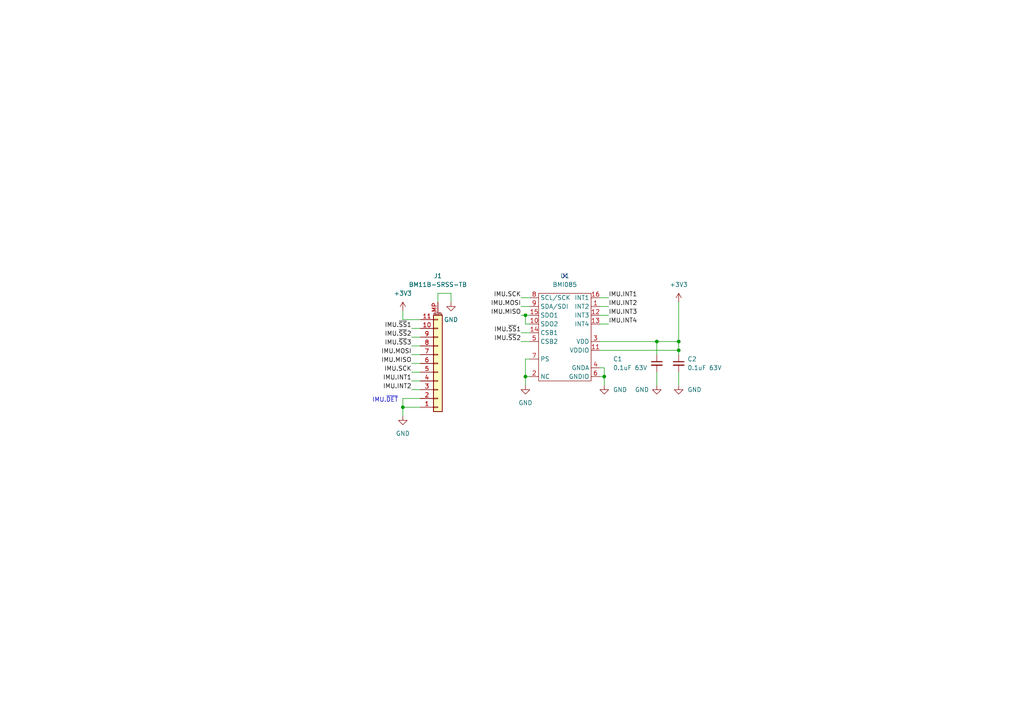
<source format=kicad_sch>
(kicad_sch (version 20211123) (generator eeschema)
  (paper "A4")
  (lib_symbols
    (symbol "AT-IMU:BMI085"
      (property "Reference" "U" (at -6.35 13.97 0))
      (property "Value" "BMI085" (at -3.81 -13.97 0))
      (symbol "BMI085_0_1"
        (rectangle (start -7.62 12.7) (end 7.62 -12.7))
      )
      (symbol "BMI085_1_1"
        (pin bidirectional line (at 10.16 8.89 180) (length 2.54) (name "INT2") (number "1"))
        (pin output line (at -10.16 3.81 0) (length 2.54) (name "SDO2") (number "10"))
        (pin power_in line (at 10.16 -3.81 180) (length 2.54) (name "VDDIO") (number "11"))
        (pin bidirectional line (at 10.16 6.35 180) (length 2.54) (name "INT3") (number "12"))
        (pin bidirectional line (at 10.16 3.81 180) (length 2.54) (name "INT4") (number "13"))
        (pin input line (at -10.16 1.27 0) (length 2.54) (name "CSB1") (number "14"))
        (pin output line (at -10.16 6.35 0) (length 2.54) (name "SDO1") (number "15"))
        (pin bidirectional line (at 10.16 11.43 180) (length 2.54) (name "INT1") (number "16"))
        (pin passive line (at -10.16 -11.43 0) (length 2.54) (name "NC") (number "2"))
        (pin power_in line (at 10.16 -1.27 180) (length 2.54) (name "VDD") (number "3"))
        (pin power_in line (at 10.16 -8.89 180) (length 2.54) (name "GNDA") (number "4"))
        (pin input line (at -10.16 -1.27 0) (length 2.54) (name "CSB2") (number "5"))
        (pin power_in line (at 10.16 -11.43 180) (length 2.54) (name "GNDIO") (number "6"))
        (pin input line (at -10.16 -6.35 0) (length 2.54) (name "PS") (number "7"))
        (pin input line (at -10.16 11.43 0) (length 2.54) (name "SCL/SCK") (number "8"))
        (pin bidirectional line (at -10.16 8.89 0) (length 2.54) (name "SDA/SDI") (number "9"))
      )
    )
    (symbol "Connector_Generic_MountingPin:Conn_01x11_MountingPin" (pin_names (offset 1.016) hide)
      (property "Reference" "J" (at 0 15.24 0))
      (property "Value" "Conn_01x11_MountingPin" (at 1.27 -15.24 0))
      (symbol "Conn_01x11_MountingPin_1_1"
        (rectangle (start -1.27 -12.573) (end 0 -12.827) (stroke (width 0.1524)))
        (rectangle (start -1.27 -10.033) (end 0 -10.287) (stroke (width 0.1524)))
        (rectangle (start -1.27 -7.493) (end 0 -7.747) (stroke (width 0.1524)))
        (rectangle (start -1.27 -4.953) (end 0 -5.207) (stroke (width 0.1524)))
        (rectangle (start -1.27 -2.413) (end 0 -2.667) (stroke (width 0.1524)))
        (rectangle (start -1.27 0.127) (end 0 -0.127) (stroke (width 0.1524)))
        (rectangle (start -1.27 2.667) (end 0 2.413) (stroke (width 0.1524)))
        (rectangle (start -1.27 5.207) (end 0 4.953) (stroke (width 0.1524)))
        (rectangle (start -1.27 7.747) (end 0 7.493) (stroke (width 0.1524)))
        (rectangle (start -1.27 10.287) (end 0 10.033) (stroke (width 0.1524)))
        (rectangle (start -1.27 12.827) (end 0 12.573) (stroke (width 0.1524)))
        (rectangle (start -1.27 13.97) (end 1.27 -13.97) (stroke (width 0.254)) (fill (type background)))
        (polyline (pts (xy -1.016 -14.732) (xy 1.016 -14.732)) (stroke (width 0.1524)))
        (text "Mounting" (at 0 -14.351 0) (effects (font (size 0.381 0.381))))
        (pin passive line (at -5.08 12.7 0) (length 3.81) (name "Pin_1") (number "1"))
        (pin passive line (at -5.08 -10.16 0) (length 3.81) (name "Pin_10") (number "10"))
        (pin passive line (at -5.08 -12.7 0) (length 3.81) (name "Pin_11") (number "11"))
        (pin passive line (at -5.08 10.16 0) (length 3.81) (name "Pin_2") (number "2"))
        (pin passive line (at -5.08 7.62 0) (length 3.81) (name "Pin_3") (number "3"))
        (pin passive line (at -5.08 5.08 0) (length 3.81) (name "Pin_4") (number "4"))
        (pin passive line (at -5.08 2.54 0) (length 3.81) (name "Pin_5") (number "5"))
        (pin passive line (at -5.08 0 0) (length 3.81) (name "Pin_6") (number "6"))
        (pin passive line (at -5.08 -2.54 0) (length 3.81) (name "Pin_7") (number "7"))
        (pin passive line (at -5.08 -5.08 0) (length 3.81) (name "Pin_8") (number "8"))
        (pin passive line (at -5.08 -7.62 0) (length 3.81) (name "Pin_9") (number "9"))
        (pin passive line (at 0 -17.78 90) (length 3.048) (name "MountPin") (number "MP"))
      )
    )
    (symbol "Device:C_Small" (pin_numbers hide) (pin_names (offset 0.254) hide)
      (property "Reference" "C" (at 0.254 1.778 0))
      (property "Value" "C_Small" (at 0.254 -2.032 0))
      (symbol "C_Small_0_1"
        (polyline (pts (xy -1.524 -0.508) (xy 1.524 -0.508)) (stroke (width 0.3302)))
        (polyline (pts (xy -1.524 0.508) (xy 1.524 0.508)) (stroke (width 0.3048)))
      )
      (symbol "C_Small_1_1"
        (pin passive line (at 0 2.54 270) (length 2.032) (name "~") (number "1"))
        (pin passive line (at 0 -2.54 90) (length 2.032) (name "~") (number "2"))
      )
    )
    (symbol "power:+3.3V" (power) (pin_names (offset 0))
      (property "Value" "+3.3V" (at 0 3.556 0))
      (symbol "+3.3V_0_1"
        (polyline (pts (xy -0.762 1.27) (xy 0 2.54)))
        (polyline (pts (xy 0 0) (xy 0 2.54)))
        (polyline (pts (xy 0 2.54) (xy 0.762 1.27)))
      )
      (symbol "+3.3V_1_1"
        (pin power_in line (at 0 0 90) (length 0) hide (name "+3V3") (number "1"))
      )
    )
    (symbol "power:GND" (power) (pin_names (offset 0))
      (property "Value" "GND" (at 0 -3.81 0))
      (symbol "GND_0_1"
        (polyline (pts (xy 0 0) (xy 0 -1.27) (xy 1.27 -1.27) (xy 0 -2.54) (xy -1.27 -1.27) (xy 0 -1.27)))
      )
      (symbol "GND_1_1"
        (pin power_in line (at 0 0 270) (length 0) hide (name "GND") (number "1"))
      )
    )
  )
  (junction (at 152.4 91.44))
  (junction (at 116.84 118.11))
  (junction (at 196.85 99.06))
  (junction (at 190.5 99.06))
  (junction (at 175.26 109.22))
  (junction (at 196.85 101.6))
  (junction (at 152.4 109.22))
  (no_connect (at 163.83 80.01))
  (wire (pts (xy 173.99 106.68) (xy 175.26 106.68)))
  (wire (pts (xy 151.13 88.9) (xy 153.67 88.9)))
  (wire (pts (xy 153.67 104.14) (xy 152.4 104.14)))
  (wire (pts (xy 152.4 104.14) (xy 152.4 109.22)))
  (wire (pts (xy 176.53 91.44) (xy 173.99 91.44)))
  (wire (pts (xy 121.92 95.25) (xy 119.38 95.25)))
  (wire (pts (xy 152.4 109.22) (xy 153.67 109.22)))
  (wire (pts (xy 121.92 110.49) (xy 119.38 110.49)))
  (wire (pts (xy 116.84 92.71) (xy 116.84 90.17)))
  (wire (pts (xy 173.99 99.06) (xy 190.5 99.06)))
  (wire (pts (xy 196.85 101.6) (xy 196.85 102.87)))
  (wire (pts (xy 190.5 102.87) (xy 190.5 99.06)))
  (wire (pts (xy 130.81 85.09) (xy 130.81 87.63)))
  (wire (pts (xy 196.85 87.63) (xy 196.85 99.06)))
  (wire (pts (xy 176.53 88.9) (xy 173.99 88.9)))
  (wire (pts (xy 127 85.09) (xy 130.81 85.09)))
  (wire (pts (xy 151.13 96.52) (xy 153.67 96.52)))
  (wire (pts (xy 152.4 93.98) (xy 153.67 93.98)))
  (wire (pts (xy 116.84 115.57) (xy 121.92 115.57)))
  (wire (pts (xy 121.92 113.03) (xy 119.38 113.03)))
  (wire (pts (xy 121.92 100.33) (xy 119.38 100.33)))
  (wire (pts (xy 121.92 102.87) (xy 119.38 102.87)))
  (wire (pts (xy 152.4 111.76) (xy 152.4 109.22)))
  (wire (pts (xy 121.92 107.95) (xy 119.38 107.95)))
  (wire (pts (xy 121.92 92.71) (xy 116.84 92.71)))
  (wire (pts (xy 176.53 93.98) (xy 173.99 93.98)))
  (wire (pts (xy 121.92 105.41) (xy 119.38 105.41)))
  (wire (pts (xy 173.99 109.22) (xy 175.26 109.22)))
  (wire (pts (xy 151.13 91.44) (xy 152.4 91.44)))
  (wire (pts (xy 116.84 115.57) (xy 116.84 118.11)))
  (wire (pts (xy 190.5 99.06) (xy 196.85 99.06)))
  (wire (pts (xy 121.92 118.11) (xy 116.84 118.11)))
  (wire (pts (xy 175.26 106.68) (xy 175.26 109.22)))
  (wire (pts (xy 152.4 91.44) (xy 152.4 93.98)))
  (wire (pts (xy 176.53 86.36) (xy 173.99 86.36)))
  (wire (pts (xy 152.4 91.44) (xy 153.67 91.44)))
  (wire (pts (xy 116.84 118.11) (xy 116.84 120.65)))
  (wire (pts (xy 121.92 97.79) (xy 119.38 97.79)))
  (wire (pts (xy 196.85 99.06) (xy 196.85 101.6)))
  (wire (pts (xy 175.26 109.22) (xy 175.26 111.76)))
  (wire (pts (xy 173.99 101.6) (xy 196.85 101.6)))
  (wire (pts (xy 127 87.63) (xy 127 85.09)))
  (wire (pts (xy 151.13 86.36) (xy 153.67 86.36)))
  (wire (pts (xy 190.5 107.95) (xy 190.5 111.76)))
  (wire (pts (xy 196.85 107.95) (xy 196.85 111.76)))
  (wire (pts (xy 151.13 99.06) (xy 153.67 99.06)))
  (text "IMU.~{DET}\n" (at 107.95 116.84 0) (effects (font (size 1.27 1.27)) (justify left bottom)))
  (label "IMU.~{SS}1" (at 119.38 95.25 180))
  (label "IMU.MISO" (at 151.13 91.44 180))
  (label "IMU.~{SS}3" (at 119.38 100.33 180))
  (label "IMU.INT3" (at 176.53 91.44 0))
  (label "IMU.~{SS}2" (at 119.38 97.79 180))
  (label "IMU.MOSI" (at 151.13 88.9 180))
  (label "IMU.SCK" (at 119.38 107.95 180))
  (label "IMU.INT1" (at 176.53 86.36 0))
  (label "IMU.~{SS}2" (at 151.13 99.06 180))
  (label "IMU.~{SS}1" (at 151.13 96.52 180))
  (label "IMU.INT4" (at 176.53 93.98 0))
  (label "IMU.MOSI" (at 119.38 102.87 180))
  (label "IMU.MISO" (at 119.38 105.41 180))
  (label "IMU.INT2" (at 119.38 113.03 180))
  (label "IMU.INT1" (at 119.38 110.49 180))
  (label "IMU.SCK" (at 151.13 86.36 180))
  (label "IMU.INT2" (at 176.53 88.9 0))
  (symbol (lib_id "power:+3.3V") (at 196.85 87.63 0) (unit 1)
    (property "Reference" "#PWR04" (effects hide))
    (property "Value" "+3.3V" (at 196.85 82.55 0))
  )
  (symbol (lib_id "power:GND") (at 116.84 120.65 0) (unit 1)
    (property "Reference" "#PWR0103" (effects hide))
    (property "Value" "GND" (at 116.84 125.73 0))
  )
  (symbol (lib_id "power:GND") (at 175.26 111.76 0) (mirror y) (unit 1)
    (property "Reference" "#PWR02" (effects hide))
    (property "Value" "GND" (at 177.8 113.0299 0) (effects (justify right)))
  )
  (symbol (lib_id "Device:C_Small") (at 190.5 105.41 0) (unit 1)
    (property "Reference" "C1" (at 177.8 104.14 0) (effects (justify left)))
    (property "Value" "0.1uF 63V" (at 177.8 106.68 0) (effects (justify left)))
    (property "Footprint" "Capacitor_SMD:C_0402_1005Metric" (effects hide))
  )
  (symbol (lib_id "power:GND") (at 190.5 111.76 0) (mirror y) (unit 1)
    (property "Reference" "#PWR03" (effects hide))
    (property "Value" "GND" (at 184.15 113.03 0) (effects (justify right)))
  )
  (symbol (lib_id "Connector_Generic_MountingPin:Conn_01x11_MountingPin") (at 127 105.41 0) (mirror x) (unit 1)
    (property "Reference" "J1" (at 127 80.01 0))
    (property "Value" "BM11B-SRSS-TB" (at 127 82.55 0))
    (property "Footprint" "Connector_JST:JST_SH_BM11B-SRSS-TB_1x11-1MP_P1.00mm_Vertical" (effects hide))
  )
  (symbol (lib_id "Device:C_Small") (at 196.85 105.41 0) (unit 1)
    (property "Reference" "C2" (at 199.39 104.1462 0) (effects (justify left)))
    (property "Value" "0.1uF 63V" (at 199.39 106.6862 0) (effects (justify left)))
    (property "Footprint" "Capacitor_SMD:C_0402_1005Metric" (effects hide))
  )
  (symbol (lib_id "power:GND") (at 196.85 111.76 0) (mirror y) (unit 1)
    (property "Reference" "#PWR05" (effects hide))
    (property "Value" "GND" (at 199.39 113.0299 0) (effects (justify right)))
  )
  (symbol (lib_id "power:GND") (at 152.4 111.76 0) (unit 1)
    (property "Reference" "#PWR01" (effects hide))
    (property "Value" "GND" (at 152.4 116.84 0))
  )
  (symbol (lib_id "AT-IMU:BMI085") (at 163.83 97.79 0) (unit 1)
    (property "Reference" "U1" (at 163.83 80.01 0))
    (property "Value" "BMI085" (at 163.83 82.55 0))
    (property "Footprint" "AT-IMU:LGA-16_3.0x4.5x0.95mm" (effects hide))
    (property "Datasheet" "https://www.bosch-sensortec.com/media/boschsensortec/downloads/datasheets/bst-bmi085-ds001.pdf" (effects hide))
  )
  (symbol (lib_id "power:+3.3V") (at 116.84 90.17 0) (unit 1)
    (property "Reference" "#PWR0102" (effects hide))
    (property "Value" "+3.3V" (at 116.84 85.09 0))
  )
  (symbol (lib_id "power:GND") (at 130.81 87.63 0) (unit 1)
    (property "Reference" "#PWR0101" (effects hide))
    (property "Value" "GND" (at 130.81 92.71 0))
  )
)
</source>
